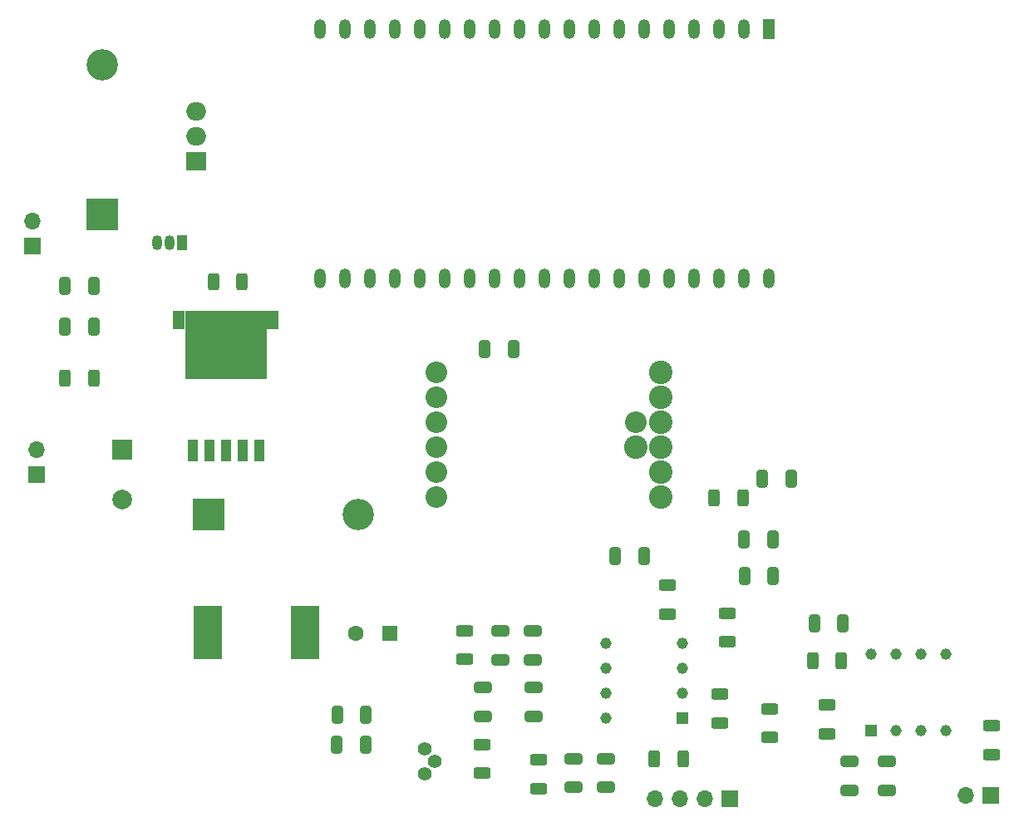
<source format=gbr>
%TF.GenerationSoftware,KiCad,Pcbnew,9.0.0*%
%TF.CreationDate,2025-11-10T15:20:41+01:00*%
%TF.ProjectId,piezotesterV2.1,7069657a-6f74-4657-9374-657256322e31,rev?*%
%TF.SameCoordinates,Original*%
%TF.FileFunction,Soldermask,Top*%
%TF.FilePolarity,Negative*%
%FSLAX46Y46*%
G04 Gerber Fmt 4.6, Leading zero omitted, Abs format (unit mm)*
G04 Created by KiCad (PCBNEW 9.0.0) date 2025-11-10 15:20:41*
%MOMM*%
%LPD*%
G01*
G04 APERTURE LIST*
G04 Aperture macros list*
%AMRoundRect*
0 Rectangle with rounded corners*
0 $1 Rounding radius*
0 $2 $3 $4 $5 $6 $7 $8 $9 X,Y pos of 4 corners*
0 Add a 4 corners polygon primitive as box body*
4,1,4,$2,$3,$4,$5,$6,$7,$8,$9,$2,$3,0*
0 Add four circle primitives for the rounded corners*
1,1,$1+$1,$2,$3*
1,1,$1+$1,$4,$5*
1,1,$1+$1,$6,$7*
1,1,$1+$1,$8,$9*
0 Add four rect primitives between the rounded corners*
20,1,$1+$1,$2,$3,$4,$5,0*
20,1,$1+$1,$4,$5,$6,$7,0*
20,1,$1+$1,$6,$7,$8,$9,0*
20,1,$1+$1,$8,$9,$2,$3,0*%
G04 Aperture macros list end*
%ADD10RoundRect,0.250000X0.625000X-0.312500X0.625000X0.312500X-0.625000X0.312500X-0.625000X-0.312500X0*%
%ADD11RoundRect,0.250000X-0.325000X-0.650000X0.325000X-0.650000X0.325000X0.650000X-0.325000X0.650000X0*%
%ADD12C,2.403200*%
%ADD13C,2.203200*%
%ADD14RoundRect,0.250000X0.312500X0.625000X-0.312500X0.625000X-0.312500X-0.625000X0.312500X-0.625000X0*%
%ADD15RoundRect,0.250000X-0.312500X-0.625000X0.312500X-0.625000X0.312500X0.625000X-0.312500X0.625000X0*%
%ADD16RoundRect,0.250000X0.325000X0.650000X-0.325000X0.650000X-0.325000X-0.650000X0.325000X-0.650000X0*%
%ADD17O,3.200000X3.200000*%
%ADD18R,3.200000X3.200000*%
%ADD19O,1.050000X1.500000*%
%ADD20R,1.050000X1.500000*%
%ADD21O,2.000000X1.905000*%
%ADD22R,2.000000X1.905000*%
%ADD23O,1.700000X1.700000*%
%ADD24R,1.700000X1.700000*%
%ADD25O,1.200000X2.000000*%
%ADD26R,1.200000X2.000000*%
%ADD27C,1.159000*%
%ADD28R,1.159000X1.159000*%
%ADD29RoundRect,0.250000X-0.625000X0.312500X-0.625000X-0.312500X0.625000X-0.312500X0.625000X0.312500X0*%
%ADD30RoundRect,0.250000X-0.650000X0.325000X-0.650000X-0.325000X0.650000X-0.325000X0.650000X0.325000X0*%
%ADD31C,1.600000*%
%ADD32R,1.600000X1.600000*%
%ADD33R,2.900000X5.400000*%
%ADD34C,1.400000*%
%ADD35R,1.020000X2.160000*%
%ADD36R,8.330000X6.990000*%
%ADD37R,1.235000X1.910000*%
%ADD38RoundRect,0.250000X0.650000X-0.325000X0.650000X0.325000X-0.650000X0.325000X-0.650000X-0.325000X0*%
%ADD39R,2.000000X2.000000*%
%ADD40C,2.000000*%
G04 APERTURE END LIST*
D10*
%TO.C,R7*%
X123480000Y-127397500D03*
X123480000Y-130322500D03*
%TD*%
D11*
%TO.C,C9*%
X154950000Y-121852500D03*
X152000000Y-121852500D03*
%TD*%
%TO.C,C10*%
X154915000Y-118112500D03*
X151965000Y-118112500D03*
%TD*%
D12*
%TO.C,ADS2*%
X140960000Y-108690000D03*
X143500000Y-113770000D03*
X143500000Y-111230000D03*
X143500000Y-108690000D03*
X143500000Y-106150000D03*
X143500000Y-103610000D03*
X143500000Y-101070000D03*
D13*
X120640000Y-113770000D03*
X120640000Y-111230000D03*
X120640000Y-108690000D03*
X120640000Y-106150000D03*
X120640000Y-103610000D03*
X140960000Y-106150000D03*
X120640000Y-101070000D03*
%TD*%
D14*
%TO.C,R9*%
X97927500Y-91880000D03*
X100852500Y-91880000D03*
%TD*%
D15*
%TO.C,R10*%
X85720000Y-101650000D03*
X82795000Y-101650000D03*
%TD*%
D16*
%TO.C,C8*%
X82810000Y-96380000D03*
X85760000Y-96380000D03*
%TD*%
%TO.C,C7*%
X82820000Y-92230000D03*
X85770000Y-92230000D03*
%TD*%
D17*
%TO.C,D2*%
X86580000Y-69710000D03*
D18*
X86580000Y-84950000D03*
%TD*%
D19*
%TO.C,Q3*%
X92160000Y-87880000D03*
X93430000Y-87880000D03*
D20*
X94700000Y-87880000D03*
%TD*%
D21*
%TO.C,Q4*%
X96120000Y-74450000D03*
X96120000Y-76990000D03*
D22*
X96120000Y-79530000D03*
%TD*%
D23*
%TO.C,J8*%
X79515000Y-85645000D03*
D24*
X79515000Y-88185000D03*
%TD*%
D25*
%TO.C,U1*%
X154530000Y-91530000D03*
X151990000Y-91530000D03*
X149450000Y-91530000D03*
X146910000Y-91530000D03*
X144370000Y-91530000D03*
X141830000Y-91530000D03*
X139290000Y-91530000D03*
X136750000Y-91530000D03*
X134210000Y-91530000D03*
X131670000Y-91530000D03*
X129130000Y-91530000D03*
X126590000Y-91530000D03*
X124050000Y-91530000D03*
X121510000Y-91530000D03*
X118970000Y-91530000D03*
X116430000Y-91530000D03*
X113890000Y-91530000D03*
X111352720Y-91526320D03*
X108812720Y-91526320D03*
X108810000Y-66130000D03*
X111350000Y-66130000D03*
X113890000Y-66130000D03*
X116430000Y-66130000D03*
X118970000Y-66130000D03*
X121510000Y-66130000D03*
X124050000Y-66130000D03*
X126590000Y-66130000D03*
X129130000Y-66130000D03*
X131670000Y-66130000D03*
X134210000Y-66130000D03*
X136750000Y-66130000D03*
X139290000Y-66130000D03*
X141830000Y-66130000D03*
X144370000Y-66130000D03*
X146910000Y-66130000D03*
X149450000Y-66130000D03*
X151990000Y-66130000D03*
D26*
X154530000Y-66130000D03*
%TD*%
D15*
%TO.C,R2*%
X145750000Y-140460000D03*
X142825000Y-140460000D03*
%TD*%
D27*
%TO.C,IC2*%
X137920000Y-136330000D03*
X137920000Y-133790000D03*
X137920000Y-131250000D03*
X137920000Y-128710000D03*
X145730000Y-128710000D03*
X145730000Y-131250000D03*
X145730000Y-133790000D03*
D28*
X145730000Y-136330000D03*
%TD*%
D29*
%TO.C,R3*%
X154560000Y-138262500D03*
X154560000Y-135337500D03*
%TD*%
%TO.C,R4*%
X150285000Y-128520000D03*
X150285000Y-125595000D03*
%TD*%
D30*
%TO.C,C16*%
X134580000Y-143365000D03*
X134580000Y-140415000D03*
%TD*%
%TO.C,C12*%
X130460000Y-130390000D03*
X130460000Y-127440000D03*
%TD*%
%TO.C,C14*%
X127110000Y-130390000D03*
X127110000Y-127440000D03*
%TD*%
%TO.C,C15*%
X137930000Y-143365000D03*
X137930000Y-140415000D03*
%TD*%
D24*
%TO.C,J9*%
X79900000Y-111507323D03*
D23*
X79900000Y-108967323D03*
%TD*%
D24*
%TO.C,J2*%
X150550000Y-144530000D03*
D23*
X148010000Y-144530000D03*
X145470000Y-144530000D03*
X142930000Y-144530000D03*
%TD*%
D24*
%TO.C,J1*%
X177125000Y-144175000D03*
D23*
X174585000Y-144175000D03*
%TD*%
D31*
%TO.C,C2*%
X112420000Y-127620000D03*
D32*
X115920000Y-127620000D03*
%TD*%
D10*
%TO.C,R16*%
X144180000Y-125680000D03*
X144180000Y-122755000D03*
%TD*%
D14*
%TO.C,R15*%
X151830000Y-113830000D03*
X148905000Y-113830000D03*
%TD*%
D29*
%TO.C,R12*%
X160450000Y-134977500D03*
X160450000Y-137902500D03*
%TD*%
D10*
%TO.C,R11*%
X131040000Y-143482500D03*
X131040000Y-140557500D03*
%TD*%
D29*
%TO.C,R8*%
X125290000Y-138977500D03*
X125290000Y-141902500D03*
%TD*%
D15*
%TO.C,R6*%
X158957500Y-130490000D03*
X161882500Y-130490000D03*
%TD*%
D29*
%TO.C,R5*%
X149520000Y-133837500D03*
X149520000Y-136762500D03*
%TD*%
%TO.C,R1*%
X177170000Y-137077500D03*
X177170000Y-140002500D03*
%TD*%
D33*
%TO.C,L1*%
X97360000Y-127610000D03*
X107260000Y-127610000D03*
%TD*%
D34*
%TO.C,IC4*%
X119480000Y-141950000D03*
X120480000Y-140680000D03*
X119480000Y-139410000D03*
%TD*%
D35*
%TO.C,IC3*%
X95790000Y-108995000D03*
X97490000Y-108995000D03*
X99190000Y-108995000D03*
X100890000Y-108995000D03*
X102590000Y-108995000D03*
D36*
X99190000Y-98320000D03*
D37*
X103972500Y-95780000D03*
X94407500Y-95780000D03*
%TD*%
D28*
%TO.C,IC1*%
X164920000Y-137570000D03*
D27*
X167460000Y-137570000D03*
X170000000Y-137570000D03*
X172540000Y-137570000D03*
X172540000Y-129760000D03*
X170000000Y-129760000D03*
X167460000Y-129760000D03*
X164920000Y-129760000D03*
%TD*%
D18*
%TO.C,D1*%
X97390000Y-115510000D03*
D17*
X112630000Y-115510000D03*
%TD*%
D16*
%TO.C,C21*%
X141805000Y-119780000D03*
X138855000Y-119780000D03*
%TD*%
D11*
%TO.C,C20*%
X153850000Y-111890000D03*
X156800000Y-111890000D03*
%TD*%
%TO.C,C19*%
X125575000Y-98740000D03*
X128525000Y-98740000D03*
%TD*%
D30*
%TO.C,C18*%
X162750000Y-140705000D03*
X162750000Y-143655000D03*
%TD*%
%TO.C,C17*%
X166500000Y-140695000D03*
X166500000Y-143645000D03*
%TD*%
D16*
%TO.C,C11*%
X162065000Y-126650000D03*
X159115000Y-126650000D03*
%TD*%
D38*
%TO.C,C6*%
X130510000Y-136105000D03*
X130510000Y-133155000D03*
%TD*%
%TO.C,C5*%
X125400000Y-136155000D03*
X125400000Y-133205000D03*
%TD*%
D11*
%TO.C,C4*%
X110485000Y-139020000D03*
X113435000Y-139020000D03*
%TD*%
%TO.C,C3*%
X110515000Y-135960000D03*
X113465000Y-135960000D03*
%TD*%
D39*
%TO.C,C1*%
X88620000Y-108990000D03*
D40*
X88620000Y-113990000D03*
%TD*%
M02*

</source>
